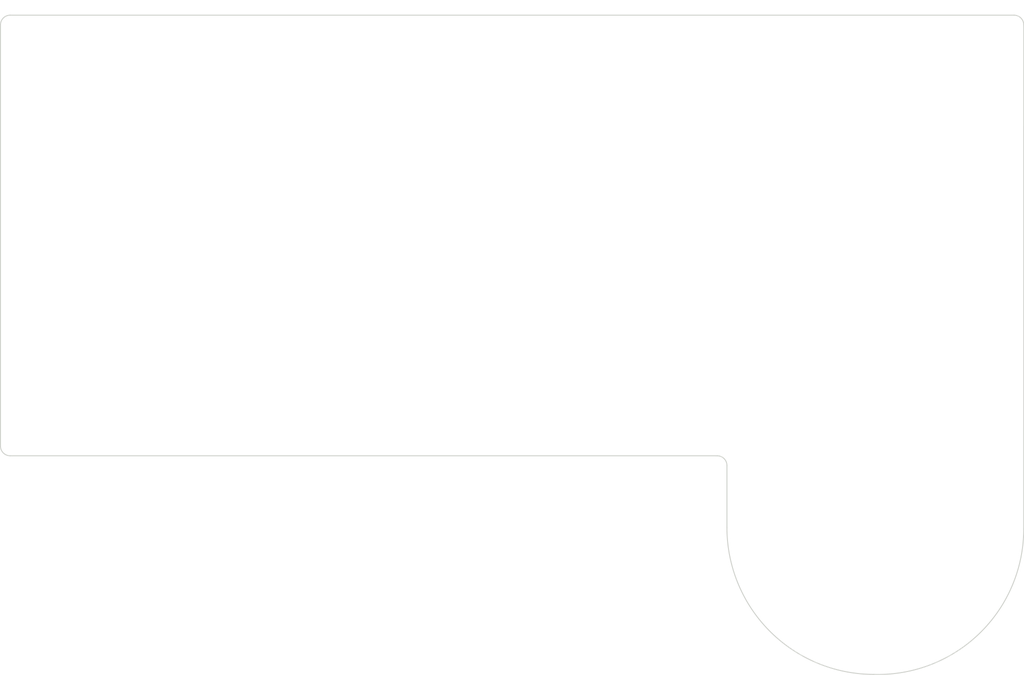
<source format=kicad_pcb>
(kicad_pcb (version 20240108) (generator "pcbnew") (generator_version "8.0")
  (layers (0 "F.Cu" signal) (31 "B.Cu" signal) (34 "B.Paste" user) (35 "F.Paste" user) (36 "B.SilkS" user "B.Silkscreen") (37 "F.SilkS" user "F.Silkscreen") (38 "B.Mask" user) (39 "F.Mask" user) (44 "Edge.Cuts" user))
  (net 0 "")
  (footprint "kbd_Hole:m2_Screw_Hole" (layer "F.Cu") (at 109.347 102.87)
    (property "Reference" "Ref**")
    (property "Value" "Val**")
    (pad "" np_thru_hole circle (at 0 0) (size 2.2 2.2) (drill 2.2) (layers "*.Cu" "*.Mask"))
  )
  (footprint "kbd_Hole:m2_Screw_Hole" (layer "F.Cu") (at 53.34 102.87)
    (property "Reference" "Ref**")
    (property "Value" "Val**")
    (pad "" np_thru_hole circle (at 0 0) (size 2.2 2.2) (drill 2.2) (layers "*.Cu" "*.Mask"))
  )
  (footprint "kbd_Hole:m2_Screw_Hole" (layer "F.Cu") (at 52.705 62.484)
    (property "Reference" "Ref**")
    (property "Value" "Val**")
    (pad "" np_thru_hole circle (at 0 0) (size 2.2 2.2) (drill 2.2) (layers "*.Cu" "*.Mask"))
  )
  (footprint "kbd_Hole:m2_Screw_Hole" (layer "F.Cu") (at 107.442 62.484)
    (property "Reference" "Ref**")
    (property "Value" "Val**")
    (pad "" np_thru_hole circle (at 0 0) (size 2.2 2.2) (drill 2.2) (layers "*.Cu" "*.Mask"))
  )
  (gr_arc (start 51.200001 105.41) (mid 50.492894 105.117107) (end 50.200001 104.41) (stroke (width 0.1)) (layer "Edge.Cuts"))
  (gr_arc (start 155.658327 112.953764) (mid 151.102958 123.714782) (end 140.208 127.9398) (stroke (width 0.1)) (layer "Edge.Cuts"))
  (gr_line (start 50.200001 104.41) (end 50.200001 61.000001) (stroke (width 0.1)) (layer "Edge.Cuts"))
  (gr_line (start 51.200001 60.000001) (end 154.659999 60.000001) (stroke (width 0.1)) (layer "Edge.Cuts"))
  (gr_arc (start 154.659999 60.000001) (mid 155.367106 60.292894) (end 155.659999 61.000001) (stroke (width 0.1)) (layer "Edge.Cuts"))
  (gr_arc (start 124.07 105.410001) (mid 124.777107 105.702894) (end 125.07 106.410001) (stroke (width 0.1)) (layer "Edge.Cuts"))
  (gr_line (start 124.07 105.410001) (end 51.200001 105.41) (stroke (width 0.1)) (layer "Edge.Cuts"))
  (gr_arc (start 140.208 127.9398) (mid 129.503494 123.503548) (end 125.069861 112.797958) (stroke (width 0.1)) (layer "Edge.Cuts"))
  (gr_line (start 155.659999 61.000001) (end 155.659092 112.953764) (stroke (width 0.1)) (layer "Edge.Cuts"))
  (gr_line (start 125.069861 112.797958) (end 125.07 106.410001) (stroke (width 0.1)) (layer "Edge.Cuts"))
  (gr_arc (start 50.200001 61.000001) (mid 50.492894 60.292894) (end 51.200001 60.000001) (stroke (width 0.1)) (layer "Edge.Cuts"))
)
</source>
